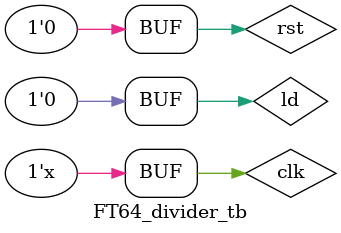
<source format=v>
module FT64_divider(rst, clk, ld, abort, sgn, sgnus, a, b, qo, ro, dvByZr, done, idle);
parameter WID=64;
parameter DIV=3'd3;
parameter IDLE=3'd4;
parameter DONE=3'd5;
input clk;
input rst;
input ld;
input abort;
input sgn;
input sgnus;
input [WID-1:0] a;
input [WID-1:0] b;
output [WID-1:0] qo;
reg [WID-1:0] qo;
output [WID-1:0] ro;
reg [WID-1:0] ro;
output done;
output idle;
output dvByZr;
reg dvByZr;

reg [WID-1:0] bb;
reg so;
reg [2:0] state;
reg [7:0] cnt;
wire cnt_done = cnt==8'd0;
assign done = state==DONE||(state==IDLE && !ld);
assign idle = state==IDLE;
reg ce1;
reg [WID-1:0] q;
reg [WID:0] r;
wire b0 = bb <= r;
wire [WID-1:0] r1 = b0 ? r - bb : r;

initial begin
    q = 64'd0;
    r = 64'd0;
    qo = 64'd0;
    ro = 64'd0;
end

always @(posedge clk)
if (rst) begin
	bb <= {WID{1'b0}};
	q <= {WID{1'b0}};
	r <= {WID{1'b0}};
	qo <= {WID{1'b0}};
	ro <= {WID{1'b0}};
	cnt <= 8'd0;
	dvByZr <= 1'b0;
	state <= IDLE;
end
else
begin
if (abort)
    cnt <= 8'd00;
else if (!cnt_done)
	cnt <= cnt - 8'd1;

case(state)
IDLE:
	if (ld) begin
		if (sgn) begin
			q <= a[WID-1] ? -a : a;
			bb <= b[WID-1] ? -b : b;
			so <= a[WID-1] ^ b[WID-1];
		end
		else if (sgnus) begin
			q <= a[WID-1] ? -a : a;
            bb <= b;
            so <= a[WID-1];
		end
		else begin
			q <= a;
			bb <= b;
			so <= 1'b0;
			$display("bb=%d", b);
		end
		dvByZr <= b=={WID{1'b0}};
		r <= {WID{1'b0}};
		cnt <= WID+1;
		state <= DIV;
	end
DIV:
	if (!cnt_done) begin
		$display("cnt:%d r1=%h q[63:0]=%h", cnt,r1,q);
		q <= {q[WID-2:0],b0};
		r <= {r1,q[WID-1]};
		if (dvByZr)
			cnt <= 8'h00;
	end
	else begin
		$display("cnt:%d r1=%h q[63:0]=%h", cnt,r1,q);
		if (sgn|sgnus) begin
			if (so) begin
				qo <= dvByZr ? {1'b1,{WID-1{1'b0}}} : -q;
				ro <= dvByZr ? {1'b1,{WID-1{1'b0}}} : -r[WID:1];
			end
			else begin
				qo <= dvByZr ? {WID-1{1'b1}} : q;
				ro <= dvByZr ? {WID-1{1'b1}} : r[WID:1];
			end
		end
		else begin
			qo <= dvByZr ? {WID-1{1'b1}} : q;
			ro <= dvByZr ? {WID-1{1'b1}} : r[WID:1];
		end
		state <= DONE;
	end
DONE:
	state <= IDLE;
default: state <= IDLE;
endcase
end

endmodule

module FT64_divider_tb();
parameter WID=64;
reg rst;
reg clk;
reg ld;
wire done;
wire [WID-1:0] qo,ro;

initial begin
	clk = 1;
	rst = 0;
	#100 rst = 1;
	#100 rst = 0;
	#100 ld = 1;
	#150 ld = 0;
end

always #10 clk = ~clk;	//  50 MHz


FT64_divider #(WID) u1
(
	.rst(rst),
	.clk(clk),
	.ld(ld),
	.sgn(1'b1),
	.isDivi(1'b0),
	.a(64'd10005),
	.b(64'd27),
	.imm(64'd123),
	.qo(qo),
	.ro(ro),
	.dvByZr(),
	.done(done)
);

endmodule


</source>
